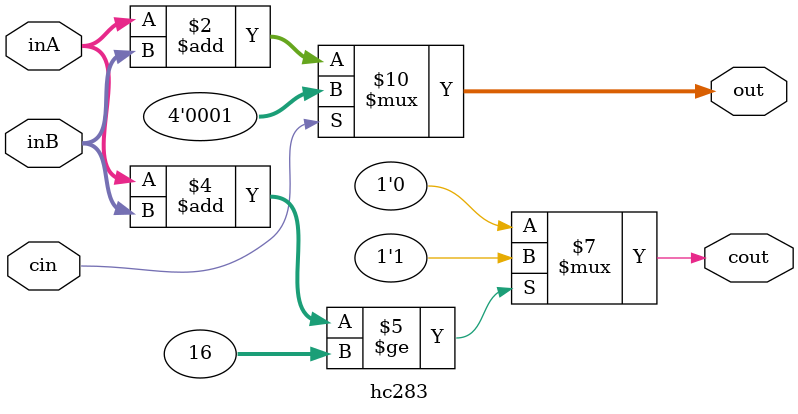
<source format=v>


module hc283( inA,inB, out, cin, cout );
input cin; 
input [3:0]inA;
input [3:0]inB;
output reg cout;
output reg[3:0]out;

always @(inB or inA or out)

begin
out = inA+inB;
    if(cin==1)
        begin
        out=+1;
        end
    if(inA+inB>=16)begin cout = 1;end
                    else cout=0;
end


endmodule


</source>
